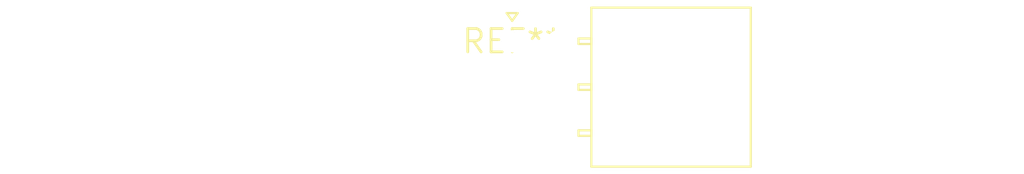
<source format=kicad_pcb>
(kicad_pcb (version 20240108) (generator pcbnew)
  (layers (0 "F.Cu" signal) (31 "B.Cu" signal) (34 "B.Paste" user) (35 "F.Paste" user) (36 "B.SilkS" user "B.Silkscreen") (37 "F.SilkS" user "F.Silkscreen") (38 "B.Mask" user) (39 "F.Mask" user) (44 "Edge.Cuts" user))
  (net 0 "")
  (footprint "Molex_Nano-Fit_105314-xx06_2x03_P2.50mm_Horizontal" (layer "F.Cu") (at 0 0)
    (property "Reference" "REF**")
    (property "Value" "Molex_Nano-Fit_105314-xx06_2x03_P2.50mm_Horizontal")
    (fp_line (start -0.3 -1.534264) (end 0 -1.11) (layer "F.SilkS") (stroke (width 0.12)))
    (fp_line (start 0 -1.11) (end 0.3 -1.534264) (layer "F.SilkS") (stroke (width 0.12)))
    (fp_line (start 0.3 -1.534264) (end -0.3 -1.534264) (layer "F.SilkS") (stroke (width 0.12)))
    (fp_line (start 3.61 -0.15) (end 3.61 0.15) (layer "F.SilkS") (stroke (width 0.12)))
    (fp_line (start 3.61 0.15) (end 4.31 0.15) (layer "F.SilkS") (stroke (width 0.12)))
    (fp_line (start 3.61 2.35) (end 3.61 2.65) (layer "F.SilkS") (stroke (width 0.12)))
    (fp_line (start 3.61 2.65) (end 4.31 2.65) (layer "F.SilkS") (stroke (width 0.12)))
    (fp_line (start 3.61 4.85) (end 3.61 5.15) (layer "F.SilkS") (stroke (width 0.12)))
    (fp_line (start 3.61 5.15) (end 4.31 5.15) (layer "F.SilkS") (stroke (width 0.12)))
    (fp_line (start 4.31 -1.83) (end 4.31 6.83) (layer "F.SilkS") (stroke (width 0.12)))
    (fp_line (start 4.31 -0.15) (end 3.61 -0.15) (layer "F.SilkS") (stroke (width 0.12)))
    (fp_line (start 4.31 0.15) (end 4.31 -0.15) (layer "F.SilkS") (stroke (width 0.12)))
    (fp_line (start 4.31 2.35) (end 3.61 2.35) (layer "F.SilkS") (stroke (width 0.12)))
    (fp_line (start 4.31 2.65) (end 4.31 2.35) (layer "F.SilkS") (stroke (width 0.12)))
    (fp_line (start 4.31 4.85) (end 3.61 4.85) (layer "F.SilkS") (stroke (width 0.12)))
    (fp_line (start 4.31 5.15) (end 4.31 4.85) (layer "F.SilkS") (stroke (width 0.12)))
    (fp_line (start 4.31 6.83) (end 12.99 6.83) (layer "F.SilkS") (stroke (width 0.12)))
    (fp_line (start 12.99 -1.83) (end 4.31 -1.83) (layer "F.SilkS") (stroke (width 0.12)))
    (fp_line (start 12.99 6.83) (end 12.99 -1.83) (layer "F.SilkS") (stroke (width 0.12)))
    (pad "" np_thru_hole circle (at 9.68 0) (size 1.7 1.7) (drill 1.7) (layers *.Cu *.Mask))
    (pad "" np_thru_hole circle (at 9.68 5) (size 1.7 1.7) (drill 1.7) (layers *.Cu *.Mask))
    (pad "1" thru_hole roundrect (at 0 0) (size 1.7 1.7) (drill 1.2) (layers *.Cu *.Mask) (remove_unused_layers) (roundrect_rratio 0.147059))
    (pad "2" thru_hole circle (at 0 2.5) (size 1.7 1.7) (drill 1.2) (layers *.Cu *.Mask) (remove_unused_layers))
    (pad "3" thru_hole circle (at 0 5) (size 1.7 1.7) (drill 1.2) (layers *.Cu *.Mask) (remove_unused_layers))
    (pad "4" thru_hole circle (at 2.5 0) (size 1.7 1.7) (drill 1.2) (layers *.Cu *.Mask) (remove_unused_layers))
    (pad "5" thru_hole circle (at 2.5 2.5) (size 1.7 1.7) (drill 1.2) (layers *.Cu *.Mask) (remove_unused_layers))
    (pad "6" thru_hole circle (at 2.5 5) (size 1.7 1.7) (drill 1.2) (layers *.Cu *.Mask) (remove_unused_layers))
  )
)
</source>
